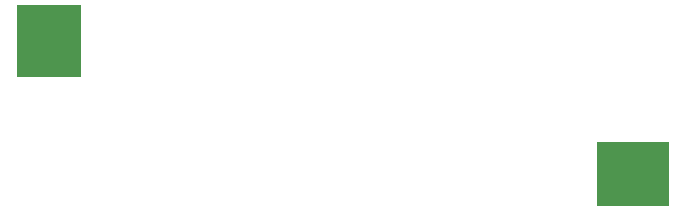
<source format=gbr>
%TF.GenerationSoftware,KiCad,Pcbnew,(5.1.9)-1*%
%TF.CreationDate,2021-04-11T16:44:48+02:00*%
%TF.ProjectId,charge_pcb,63686172-6765-45f7-9063-622e6b696361,rev?*%
%TF.SameCoordinates,Original*%
%TF.FileFunction,Paste,Top*%
%TF.FilePolarity,Positive*%
%FSLAX46Y46*%
G04 Gerber Fmt 4.6, Leading zero omitted, Abs format (unit mm)*
G04 Created by KiCad (PCBNEW (5.1.9)-1) date 2021-04-11 16:44:48*
%MOMM*%
%LPD*%
G01*
G04 APERTURE LIST*
%ADD10R,6.200000X5.500000*%
%ADD11R,5.500000X6.200000*%
G04 APERTURE END LIST*
D10*
%TO.C,Q4*%
X145756667Y-140274000D03*
%TD*%
D11*
%TO.C,Q2*%
X96326000Y-128976667D03*
%TD*%
M02*

</source>
